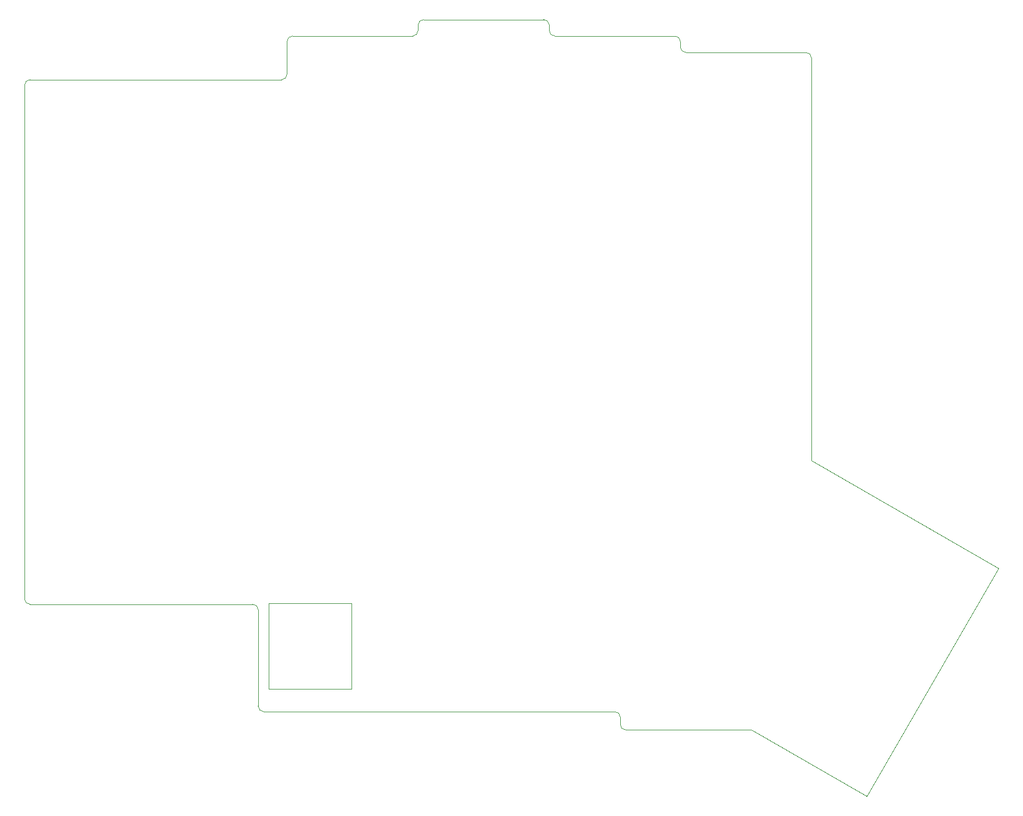
<source format=gbr>
%TF.GenerationSoftware,KiCad,Pcbnew,(5.1.9-0-10_14)*%
%TF.CreationDate,2021-04-25T18:46:22-05:00*%
%TF.ProjectId,wren-plain,7772656e-2d70-46c6-9169-6e2e6b696361,rev?*%
%TF.SameCoordinates,Original*%
%TF.FileFunction,Profile,NP*%
%FSLAX46Y46*%
G04 Gerber Fmt 4.6, Leading zero omitted, Abs format (unit mm)*
G04 Created by KiCad (PCBNEW (5.1.9-0-10_14)) date 2021-04-25 18:46:22*
%MOMM*%
%LPD*%
G01*
G04 APERTURE LIST*
%TA.AperFunction,Profile*%
%ADD10C,0.050000*%
%TD*%
G04 APERTURE END LIST*
D10*
X230213000Y-82327750D02*
X230178500Y-24606250D01*
X230213000Y-82327750D02*
X257391000Y-97948750D01*
X238214000Y-131095750D02*
X257391000Y-97948750D01*
X151346000Y-103028750D02*
X151346000Y-115474750D01*
X163411000Y-103028750D02*
X151346000Y-103028750D01*
X163411000Y-115474750D02*
X163411000Y-103028750D01*
X151346000Y-115474750D02*
X163411000Y-115474750D01*
X115881250Y-27781250D02*
X115881250Y-102393750D01*
X116675000Y-26987500D02*
X153209000Y-26987500D01*
X116674750Y-103187250D02*
X145274000Y-103187500D01*
X149028500Y-103187750D02*
X145274000Y-103187500D01*
X149822000Y-117983250D02*
X149822000Y-103981250D01*
X150615500Y-118776750D02*
X201612500Y-118776750D01*
X202406000Y-119570250D02*
X202406000Y-120650000D01*
X150615500Y-118776750D02*
G75*
G02*
X149822000Y-117983250I0J793500D01*
G01*
X221450000Y-121443750D02*
X238214000Y-131095750D01*
X203199500Y-121443500D02*
X221450000Y-121443750D01*
X203199500Y-121443500D02*
G75*
G02*
X202406000Y-120650000I0J793500D01*
G01*
X201612500Y-118776750D02*
G75*
G02*
X202406000Y-119570250I0J-793500D01*
G01*
X149028500Y-103187750D02*
G75*
G02*
X149822000Y-103981250I0J-793500D01*
G01*
X116674750Y-103187250D02*
G75*
G02*
X115881250Y-102393750I0J793500D01*
G01*
X115881250Y-27781250D02*
G75*
G02*
X116675000Y-26987500I793750J0D01*
G01*
X154002750Y-26193750D02*
G75*
G02*
X153209000Y-26987500I-793750J0D01*
G01*
X154002250Y-21431250D02*
X154002500Y-26193750D01*
X154002250Y-21431250D02*
G75*
G02*
X154796000Y-20637500I793750J0D01*
G01*
X172253000Y-20637500D02*
X154796000Y-20637500D01*
X173046750Y-19843750D02*
G75*
G02*
X172253000Y-20637500I-793750J0D01*
G01*
X173046250Y-19050000D02*
X173046500Y-19843750D01*
X173046250Y-19050000D02*
G75*
G02*
X173840000Y-18256250I793750J0D01*
G01*
X191297000Y-18256500D02*
X173840000Y-18256250D01*
X191297000Y-18256500D02*
G75*
G02*
X192090500Y-19050000I0J-793500D01*
G01*
X192090500Y-19843750D02*
X192090500Y-19050000D01*
X192884000Y-20637250D02*
G75*
G02*
X192090500Y-19843750I0J793500D01*
G01*
X210341000Y-20637750D02*
X192884000Y-20637500D01*
X210341000Y-20637750D02*
G75*
G02*
X211134500Y-21431250I0J-793500D01*
G01*
X211134500Y-22225000D02*
X211134500Y-21431250D01*
X211928000Y-23018500D02*
G75*
G02*
X211134500Y-22225000I0J793500D01*
G01*
X229385000Y-23019000D02*
X211928000Y-23018750D01*
X230178500Y-23812500D02*
X230178500Y-24606250D01*
X229385000Y-23019000D02*
G75*
G02*
X230178500Y-23812500I0J-793500D01*
G01*
M02*

</source>
